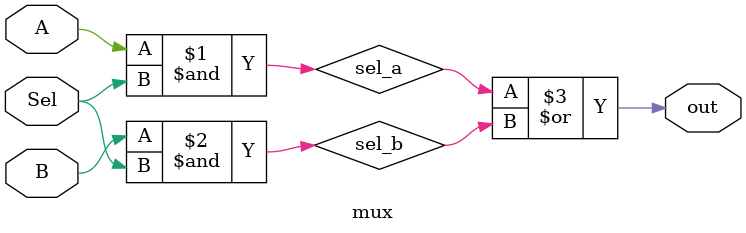
<source format=v>
module mux(out, A, B, Sel);
output out;
input A, B, Sel;
not c (sel_n, Sel);
and d (sel_a, A, Sel);
and e (sel_b, B, Sel);
or I4 (out,sel_a,sel_b);
endmodule
// Gonna change and see

</source>
